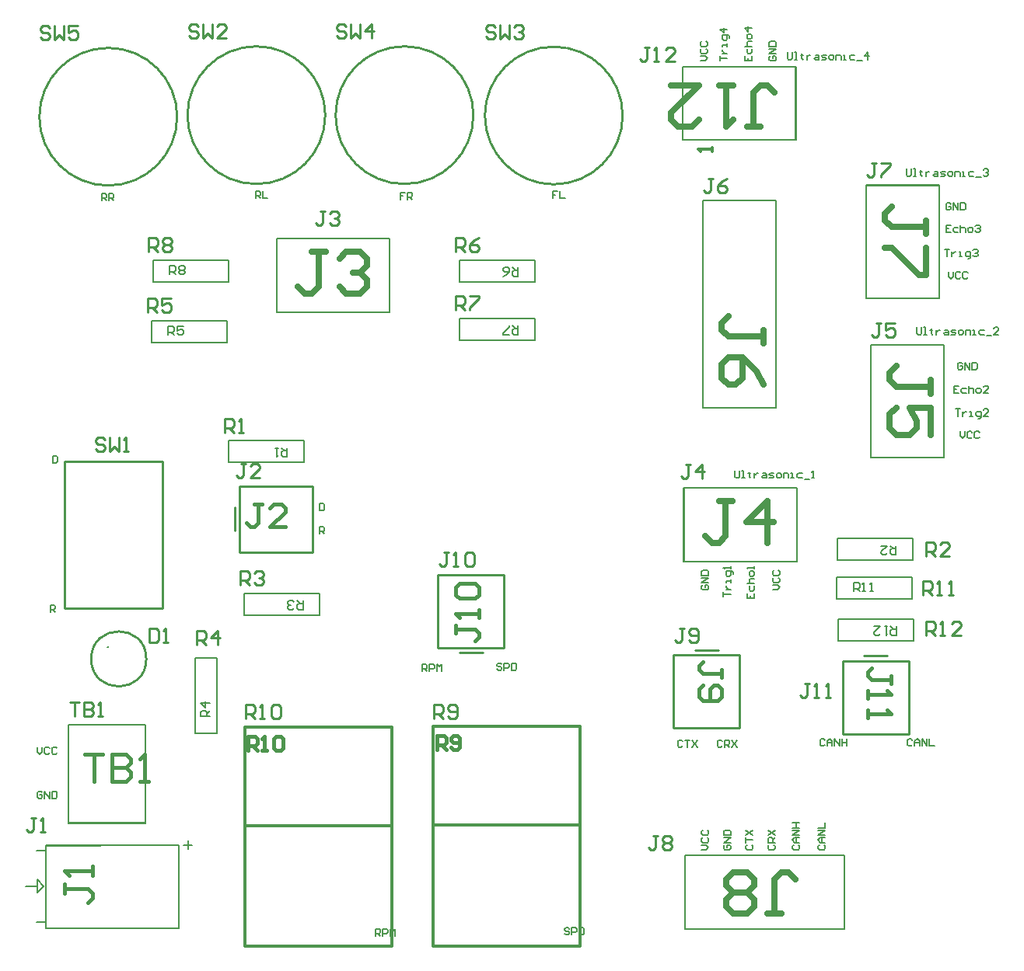
<source format=gto>
G04*
G04 #@! TF.GenerationSoftware,Altium Limited,Altium Designer,22.5.1 (42)*
G04*
G04 Layer_Color=65535*
%FSLAX44Y44*%
%MOMM*%
G71*
G04*
G04 #@! TF.SameCoordinates,2238DE84-C422-4DFA-8E31-384DE279FC20*
G04*
G04*
G04 #@! TF.FilePolarity,Positive*
G04*
G01*
G75*
%ADD10C,0.2540*%
%ADD11C,0.2000*%
%ADD12C,0.3000*%
%ADD13C,0.1500*%
%ADD14C,0.4000*%
%ADD15C,0.7000*%
%ADD16C,0.4500*%
D10*
X147109Y340660D02*
G03*
X147109Y340660I-559J0D01*
G01*
X188750Y327660D02*
G03*
X188750Y327660I-30000J0D01*
G01*
X383610Y920310D02*
G03*
X383610Y920310I-75000J0D01*
G01*
X222320Y918650D02*
G03*
X222320Y918650I-75000J0D01*
G01*
X707460Y919920D02*
G03*
X707460Y919920I-75000J0D01*
G01*
X544900Y920310D02*
G03*
X544900Y920310I-75000J0D01*
G01*
X970230Y330830D02*
X995730D01*
X946912Y246077D02*
Y325579D01*
X1019048Y246077D02*
Y325579D01*
X946912D02*
X1019048D01*
X946912Y246077D02*
X1019048D01*
X99540Y542550D02*
X206790D01*
X99540Y382550D02*
Y542550D01*
X99790Y382550D02*
X206790D01*
Y542550D01*
X369873Y443992D02*
Y516128D01*
X290371Y443992D02*
Y516128D01*
X369873D01*
X290371Y443992D02*
X369873D01*
X285120Y467310D02*
Y492810D01*
X762762Y252428D02*
X834898D01*
X762762Y331929D02*
X834898D01*
Y252428D02*
Y331929D01*
X762762Y252428D02*
Y331929D01*
X786080Y337180D02*
X811580D01*
X506222Y419403D02*
X578358D01*
X506222Y339901D02*
X578358D01*
X506222D02*
Y419403D01*
X578358Y339901D02*
Y419403D01*
X529540Y334650D02*
X555040D01*
X1037596Y353063D02*
Y368298D01*
X1045214D01*
X1047753Y365758D01*
Y360680D01*
X1045214Y358141D01*
X1037596D01*
X1042674D02*
X1047753Y353063D01*
X1052831D02*
X1057910D01*
X1055370D01*
Y368298D01*
X1052831Y365758D01*
X1075684Y353063D02*
X1065527D01*
X1075684Y363219D01*
Y365758D01*
X1073145Y368298D01*
X1068066D01*
X1065527Y365758D01*
X1034365Y397513D02*
Y412747D01*
X1041983D01*
X1044522Y410208D01*
Y405130D01*
X1041983Y402591D01*
X1034365D01*
X1039444D02*
X1044522Y397513D01*
X1049600D02*
X1054679D01*
X1052140D01*
Y412747D01*
X1049600Y410208D01*
X1062296Y397513D02*
X1067375D01*
X1064836D01*
Y412747D01*
X1062296Y410208D01*
X1037594Y439422D02*
Y454658D01*
X1045212D01*
X1047751Y452118D01*
Y447040D01*
X1045212Y444501D01*
X1037594D01*
X1042673D02*
X1047751Y439422D01*
X1062986D02*
X1052829D01*
X1062986Y449579D01*
Y452118D01*
X1060447Y454658D01*
X1055368D01*
X1052829Y452118D01*
X243586Y343408D02*
Y358643D01*
X251203D01*
X253743Y356104D01*
Y351026D01*
X251203Y348486D01*
X243586D01*
X248664D02*
X253743Y343408D01*
X266439D02*
Y358643D01*
X258821Y351026D01*
X268978D01*
X191773Y360677D02*
Y345443D01*
X199391D01*
X201930Y347982D01*
Y358138D01*
X199391Y360677D01*
X191773D01*
X207008Y345443D02*
X212087D01*
X209548D01*
Y360677D01*
X207008Y358138D01*
X105664Y280157D02*
X115821D01*
X110742D01*
Y264922D01*
X120899Y280157D02*
Y264922D01*
X128517D01*
X131056Y267461D01*
Y270000D01*
X128517Y272540D01*
X120899D01*
X128517D01*
X131056Y275079D01*
Y277618D01*
X128517Y280157D01*
X120899D01*
X136134Y264922D02*
X141213D01*
X138673D01*
Y280157D01*
X136134Y277618D01*
X245107Y1017012D02*
X242568Y1019551D01*
X237489D01*
X234950Y1017012D01*
Y1014473D01*
X237489Y1011934D01*
X242568D01*
X245107Y1009394D01*
Y1006855D01*
X242568Y1004316D01*
X237489D01*
X234950Y1006855D01*
X250185Y1019551D02*
Y1004316D01*
X255263Y1009394D01*
X260342Y1004316D01*
Y1019551D01*
X275577Y1004316D02*
X265420D01*
X275577Y1014473D01*
Y1017012D01*
X273038Y1019551D01*
X267959D01*
X265420Y1017012D01*
X83817Y1015234D02*
X81278Y1017773D01*
X76199D01*
X73660Y1015234D01*
Y1012695D01*
X76199Y1010155D01*
X81278D01*
X83817Y1007616D01*
Y1005077D01*
X81278Y1002538D01*
X76199D01*
X73660Y1005077D01*
X88895Y1017773D02*
Y1002538D01*
X93973Y1007616D01*
X99052Y1002538D01*
Y1017773D01*
X114287D02*
X104130D01*
Y1010155D01*
X109208Y1012695D01*
X111748D01*
X114287Y1010155D01*
Y1005077D01*
X111748Y1002538D01*
X106669D01*
X104130Y1005077D01*
X568957Y1016504D02*
X566418Y1019043D01*
X561339D01*
X558800Y1016504D01*
Y1013965D01*
X561339Y1011425D01*
X566418D01*
X568957Y1008886D01*
Y1006347D01*
X566418Y1003808D01*
X561339D01*
X558800Y1006347D01*
X574035Y1019043D02*
Y1003808D01*
X579113Y1008886D01*
X584192Y1003808D01*
Y1019043D01*
X589270Y1016504D02*
X591809Y1019043D01*
X596888D01*
X599427Y1016504D01*
Y1013965D01*
X596888Y1011425D01*
X594348D01*
X596888D01*
X599427Y1008886D01*
Y1006347D01*
X596888Y1003808D01*
X591809D01*
X589270Y1006347D01*
X143512Y566418D02*
X140973Y568957D01*
X135895D01*
X133356Y566418D01*
Y563879D01*
X135895Y561340D01*
X140973D01*
X143512Y558801D01*
Y556262D01*
X140973Y553722D01*
X135895D01*
X133356Y556262D01*
X148591Y568957D02*
Y553722D01*
X153669Y558801D01*
X158748Y553722D01*
Y568957D01*
X163826Y553722D02*
X168904D01*
X166365D01*
Y568957D01*
X163826Y566418D01*
X406397Y1017012D02*
X403857Y1019551D01*
X398779D01*
X396240Y1017012D01*
Y1014473D01*
X398779Y1011934D01*
X403857D01*
X406397Y1009394D01*
Y1006855D01*
X403857Y1004316D01*
X398779D01*
X396240Y1006855D01*
X411475Y1019551D02*
Y1004316D01*
X416553Y1009394D01*
X421632Y1004316D01*
Y1019551D01*
X434328Y1004316D02*
Y1019551D01*
X426710Y1011934D01*
X436867D01*
X273812Y574294D02*
Y589529D01*
X281430D01*
X283969Y586990D01*
Y581912D01*
X281430Y579372D01*
X273812D01*
X278890D02*
X283969Y574294D01*
X289047D02*
X294125D01*
X291586D01*
Y589529D01*
X289047Y586990D01*
X525272Y707644D02*
Y722879D01*
X532890D01*
X535429Y720340D01*
Y715262D01*
X532890Y712722D01*
X525272D01*
X530350D02*
X535429Y707644D01*
X540507Y722879D02*
X550664D01*
Y720340D01*
X540507Y710183D01*
Y707644D01*
X190246Y705104D02*
Y720339D01*
X197864D01*
X200403Y717800D01*
Y712721D01*
X197864Y710182D01*
X190246D01*
X195324D02*
X200403Y705104D01*
X215638Y720339D02*
X205481D01*
Y712721D01*
X210559Y715261D01*
X213099D01*
X215638Y712721D01*
Y707643D01*
X213099Y705104D01*
X208020D01*
X205481Y707643D01*
X502158Y262890D02*
Y278125D01*
X509776D01*
X512315Y275586D01*
Y270508D01*
X509776Y267968D01*
X502158D01*
X507236D02*
X512315Y262890D01*
X517393Y265429D02*
X519932Y262890D01*
X525011D01*
X527550Y265429D01*
Y275586D01*
X525011Y278125D01*
X519932D01*
X517393Y275586D01*
Y273047D01*
X519932Y270508D01*
X527550D01*
X525272Y771144D02*
Y786379D01*
X532890D01*
X535429Y783840D01*
Y778762D01*
X532890Y776222D01*
X525272D01*
X530350D02*
X535429Y771144D01*
X550664Y786379D02*
X545585Y783840D01*
X540507Y778762D01*
Y773683D01*
X543046Y771144D01*
X548125D01*
X550664Y773683D01*
Y776222D01*
X548125Y778762D01*
X540507D01*
X291084Y407924D02*
Y423159D01*
X298701D01*
X301241Y420620D01*
Y415541D01*
X298701Y413002D01*
X291084D01*
X296162D02*
X301241Y407924D01*
X306319Y420620D02*
X308858Y423159D01*
X313937D01*
X316476Y420620D01*
Y418081D01*
X313937Y415541D01*
X311397D01*
X313937D01*
X316476Y413002D01*
Y410463D01*
X313937Y407924D01*
X308858D01*
X306319Y410463D01*
X296926Y262382D02*
Y277617D01*
X304543D01*
X307083Y275078D01*
Y270000D01*
X304543Y267460D01*
X296926D01*
X302004D02*
X307083Y262382D01*
X312161D02*
X317239D01*
X314700D01*
Y277617D01*
X312161Y275078D01*
X324857D02*
X327396Y277617D01*
X332475D01*
X335014Y275078D01*
Y264921D01*
X332475Y262382D01*
X327396D01*
X324857Y264921D01*
Y275078D01*
X191516Y771144D02*
Y786379D01*
X199133D01*
X201673Y783840D01*
Y778762D01*
X199133Y776222D01*
X191516D01*
X196594D02*
X201673Y771144D01*
X206751Y783840D02*
X209290Y786379D01*
X214369D01*
X216908Y783840D01*
Y781301D01*
X214369Y778762D01*
X216908Y776222D01*
Y773683D01*
X214369Y771144D01*
X209290D01*
X206751Y773683D01*
Y776222D01*
X209290Y778762D01*
X206751Y781301D01*
Y783840D01*
X209290Y778762D02*
X214369D01*
X68577Y153919D02*
X63498D01*
X66038D01*
Y141223D01*
X63498Y138684D01*
X60959D01*
X58420Y141223D01*
X73655Y138684D02*
X78733D01*
X76194D01*
Y153919D01*
X73655Y151380D01*
X745491Y134618D02*
X740413D01*
X742952D01*
Y121922D01*
X740413Y119382D01*
X737873D01*
X735334Y121922D01*
X750569Y132078D02*
X753108Y134618D01*
X758187D01*
X760726Y132078D01*
Y129539D01*
X758187Y127000D01*
X760726Y124461D01*
Y121922D01*
X758187Y119382D01*
X753108D01*
X750569Y121922D01*
Y124461D01*
X753108Y127000D01*
X750569Y129539D01*
Y132078D01*
X753108Y127000D02*
X758187D01*
X806193Y850895D02*
X801114D01*
X803653D01*
Y838199D01*
X801114Y835660D01*
X798575D01*
X796036Y838199D01*
X821428Y850895D02*
X816349Y848356D01*
X811271Y843278D01*
Y838199D01*
X813810Y835660D01*
X818889D01*
X821428Y838199D01*
Y840738D01*
X818889Y843278D01*
X811271D01*
X296669Y540253D02*
X291590D01*
X294130D01*
Y527557D01*
X291590Y525018D01*
X289051D01*
X286512Y527557D01*
X311904Y525018D02*
X301747D01*
X311904Y535175D01*
Y537714D01*
X309365Y540253D01*
X304286D01*
X301747Y537714D01*
X989073Y693923D02*
X983994D01*
X986534D01*
Y681227D01*
X983994Y678688D01*
X981455D01*
X978916Y681227D01*
X1004308Y693923D02*
X994151D01*
Y686305D01*
X999229Y688845D01*
X1001769D01*
X1004308Y686305D01*
Y681227D01*
X1001769Y678688D01*
X996690D01*
X994151Y681227D01*
X383541Y815338D02*
X378462D01*
X381002D01*
Y802642D01*
X378462Y800102D01*
X375923D01*
X373384Y802642D01*
X388619Y812798D02*
X391158Y815338D01*
X396237D01*
X398776Y812798D01*
Y810259D01*
X396237Y807720D01*
X393698D01*
X396237D01*
X398776Y805181D01*
Y802642D01*
X396237Y800102D01*
X391158D01*
X388619Y802642D01*
X774189Y361183D02*
X769110D01*
X771649D01*
Y348487D01*
X769110Y345948D01*
X766571D01*
X764032Y348487D01*
X779267D02*
X781806Y345948D01*
X786885D01*
X789424Y348487D01*
Y358644D01*
X786885Y361183D01*
X781806D01*
X779267Y358644D01*
Y356105D01*
X781806Y353565D01*
X789424D01*
X983993Y867913D02*
X978914D01*
X981453D01*
Y855217D01*
X978914Y852678D01*
X976375D01*
X973836Y855217D01*
X989071Y867913D02*
X999228D01*
Y865374D01*
X989071Y855217D01*
Y852678D01*
X910592Y300987D02*
X905514D01*
X908053D01*
Y288292D01*
X905514Y285753D01*
X902974D01*
X900435Y288292D01*
X915670Y285753D02*
X920749D01*
X918210D01*
Y300987D01*
X915670Y298448D01*
X928366Y285753D02*
X933445D01*
X930906D01*
Y300987D01*
X928366Y298448D01*
X736603Y994408D02*
X731525D01*
X734064D01*
Y981712D01*
X731525Y979173D01*
X728985D01*
X726446Y981712D01*
X741681Y979173D02*
X746760D01*
X744220D01*
Y994408D01*
X741681Y991868D01*
X764534Y979173D02*
X754377D01*
X764534Y989329D01*
Y991868D01*
X761995Y994408D01*
X756916D01*
X754377Y991868D01*
X781051Y539748D02*
X775973D01*
X778512D01*
Y527052D01*
X775973Y524512D01*
X773433D01*
X770894Y527052D01*
X793747Y524512D02*
Y539748D01*
X786129Y532130D01*
X796286D01*
X517649Y443479D02*
X512570D01*
X515109D01*
Y430783D01*
X512570Y428244D01*
X510031D01*
X507492Y430783D01*
X522727Y428244D02*
X527805D01*
X525266D01*
Y443479D01*
X522727Y440940D01*
X535423D02*
X537962Y443479D01*
X543041D01*
X545580Y440940D01*
Y430783D01*
X543041Y428244D01*
X537962D01*
X535423Y430783D01*
Y440940D01*
X946912Y246077D02*
X1019048D01*
Y325579D01*
X946912D02*
X1019048D01*
X946912Y246077D02*
Y325579D01*
X290371Y443992D02*
X369873D01*
X290371D02*
Y516128D01*
X369873D01*
Y443992D02*
Y516128D01*
X762762Y252428D02*
Y331929D01*
X834898D01*
Y252428D02*
Y331929D01*
X762762Y252428D02*
X834898D01*
X578358Y339901D02*
Y419403D01*
X506222Y339901D02*
X578358D01*
X506222D02*
Y419403D01*
X578358D01*
D11*
X1023190Y435040D02*
Y439040D01*
X1019190Y435040D02*
X1023190D01*
X941190D02*
Y439040D01*
Y435040D02*
X945190D01*
X1019190Y459040D02*
X1023190D01*
Y455040D02*
Y459040D01*
X941190Y455040D02*
Y459040D01*
X945190D01*
X940810Y413130D02*
Y417130D01*
X944810D01*
X1022810Y413130D02*
Y417130D01*
X1018810D02*
X1022810D01*
X940810Y393130D02*
X944810D01*
X940810D02*
Y397130D01*
X1022810Y393130D02*
Y397130D01*
X1018810Y393130D02*
X1022810D01*
X1023880Y347410D02*
Y351410D01*
X1019880Y347410D02*
X1023880D01*
X941880D02*
Y351410D01*
Y347410D02*
X945880D01*
X1019880Y371410D02*
X1023880D01*
Y367410D02*
Y371410D01*
X941880Y367410D02*
Y371410D01*
X945880D01*
X775330Y33580D02*
X949330D01*
Y113580D01*
X775330D02*
X949330D01*
X775330Y33580D02*
Y113580D01*
X772790Y893370D02*
X896112D01*
X772842Y973318D02*
X896112D01*
Y893370D02*
Y973318D01*
X772790Y893370D02*
Y973370D01*
X773938Y513790D02*
X897260D01*
X773938Y433842D02*
X897208D01*
X773938D02*
Y513790D01*
X897260Y433790D02*
Y513790D01*
X330708Y785570D02*
X454030D01*
X330708Y705622D02*
X453978D01*
X330708D02*
Y785570D01*
X454030Y705570D02*
Y785570D01*
X242000Y246810D02*
X246000D01*
X242000D02*
Y250810D01*
Y328810D02*
X246000D01*
X242000Y324810D02*
Y328810D01*
X266000Y246810D02*
Y250810D01*
X262000Y246810D02*
X266000D01*
X262000Y328810D02*
X266000D01*
Y324810D02*
Y328810D01*
X104050Y256240D02*
X188050D01*
Y148740D02*
Y256240D01*
X104050Y148740D02*
X188050D01*
X104050D02*
Y256240D01*
X360250Y541720D02*
Y545720D01*
X356250Y541720D02*
X360250D01*
X278250D02*
Y545720D01*
Y541720D02*
X282250D01*
X356250Y565720D02*
X360250D01*
Y561720D02*
Y565720D01*
X278250Y561720D02*
Y565720D01*
X282250D01*
X611710Y675070D02*
Y679070D01*
X607710Y675070D02*
X611710D01*
X529710D02*
Y679070D01*
Y675070D02*
X533710D01*
X607710Y699070D02*
X611710D01*
Y695070D02*
Y699070D01*
X529710Y695070D02*
Y699070D01*
X533710D01*
X194740Y692530D02*
Y696530D01*
X198740D01*
X276740Y692530D02*
Y696530D01*
X272740D02*
X276740D01*
X194740Y672530D02*
X198740D01*
X194740D02*
Y676530D01*
X276740Y672530D02*
Y676530D01*
X272740Y672530D02*
X276740D01*
X611710Y738570D02*
Y742570D01*
X607710Y738570D02*
X611710D01*
X529710D02*
Y742570D01*
Y738570D02*
X533710D01*
X607710Y762570D02*
X611710D01*
Y758570D02*
Y762570D01*
X529710Y758570D02*
Y762570D01*
X533710D01*
X377450Y375350D02*
Y379350D01*
X373450Y375350D02*
X377450D01*
X295450D02*
Y379350D01*
Y375350D02*
X299450D01*
X373450Y399350D02*
X377450D01*
Y395350D02*
Y399350D01*
X295450Y395350D02*
Y399350D01*
X299450D01*
X196010Y758570D02*
Y762570D01*
X200010D01*
X278010Y758570D02*
Y762570D01*
X274010D02*
X278010D01*
X196010Y738570D02*
X200010D01*
X196010D02*
Y742570D01*
X278010Y738570D02*
Y742570D01*
X274010Y738570D02*
X278010D01*
X68988Y119010D02*
X78988D01*
X68988Y41010D02*
X78988D01*
X233988Y120010D02*
Y130010D01*
X56988Y80010D02*
X69988D01*
Y73010D02*
Y87010D01*
Y73010D02*
X76988Y80010D01*
X69988Y87010D02*
X76988Y80010D01*
X78988Y34010D02*
X165988D01*
X210988D02*
X223988D01*
Y56010D01*
Y103010D02*
Y125010D01*
X78988D02*
X223988D01*
X78988Y34010D02*
Y125010D01*
X228988Y125010D02*
X238988D01*
X794470Y601340D02*
X874470D01*
X794522Y827024D02*
X874470D01*
X794522Y601392D02*
Y827024D01*
X874470Y601340D02*
Y827024D01*
X1057350Y546730D02*
Y670052D01*
X977402Y546782D02*
Y670052D01*
X1057350D01*
X977350Y546730D02*
X1057350D01*
X1052270Y720720D02*
Y844042D01*
X972322Y720772D02*
Y844042D01*
X1052270D01*
X972270Y720720D02*
X1052270D01*
X941190Y459040D02*
X1023190D01*
X941190Y435040D02*
Y459040D01*
Y435040D02*
X1023190D01*
Y459040D01*
X940810Y393130D02*
X1022810D01*
Y417130D01*
X940810D02*
X1022810D01*
X940810Y393130D02*
Y417130D01*
X941880Y371410D02*
X1023880D01*
X941880Y347410D02*
Y371410D01*
Y347410D02*
X1023880D01*
Y371410D01*
X775330Y33580D02*
Y112580D01*
X776330Y113580D01*
X949330D01*
Y33580D02*
Y113580D01*
X775330Y33580D02*
X949330D01*
X773790Y973370D02*
X895604D01*
Y893370D02*
Y973370D01*
X772790Y893370D02*
Y972370D01*
Y893370D02*
X895604D01*
X774446Y433790D02*
X896260D01*
X774446D02*
Y513790D01*
X897260Y434790D02*
Y513790D01*
X774446D02*
X897260D01*
X331216Y705570D02*
X453030D01*
X331216D02*
Y785570D01*
X454030Y706570D02*
Y785570D01*
X331216D02*
X454030D01*
X266000Y246810D02*
Y328810D01*
X242000D02*
X266000D01*
X242000Y246810D02*
Y328810D01*
Y246810D02*
X266000D01*
X104050Y256240D02*
X188050D01*
Y148990D02*
Y256240D01*
X104050Y148990D02*
X188050D01*
X104050D02*
Y256240D01*
X278250Y565720D02*
X360250D01*
X278250Y541720D02*
Y565720D01*
Y541720D02*
X360250D01*
Y565720D01*
X529710Y699070D02*
X611710D01*
X529710Y675070D02*
Y699070D01*
Y675070D02*
X611710D01*
Y699070D01*
X194740Y672530D02*
X276740D01*
Y696530D01*
X194740D02*
X276740D01*
X194740Y672530D02*
Y696530D01*
X529710Y762570D02*
X611710D01*
X529710Y738570D02*
Y762570D01*
Y738570D02*
X611710D01*
Y762570D01*
X295450Y399350D02*
X377450D01*
X295450Y375350D02*
Y399350D01*
Y375350D02*
X377450D01*
Y399350D01*
X196010Y738570D02*
X278010D01*
Y762570D01*
X196010D02*
X278010D01*
X196010Y738570D02*
Y762570D01*
X78988Y34010D02*
Y124010D01*
Y125010D02*
X223988D01*
X223988Y34010D02*
Y124010D01*
X78988Y34010D02*
X223988D01*
X78988Y124010D02*
X138988D01*
X874470Y601340D02*
Y827024D01*
X795470Y601340D02*
X874470D01*
X794470Y827024D02*
X874470D01*
X794470Y602340D02*
Y827024D01*
X977350Y547730D02*
Y669544D01*
X1057350D01*
X978350Y546730D02*
X1057350D01*
Y669544D01*
X972270Y721720D02*
Y843534D01*
X1052270D01*
X973270Y720720D02*
X1052270D01*
Y843534D01*
D12*
X295920Y146200D02*
Y253200D01*
Y146200D02*
X455920D01*
Y253200D01*
X295920D02*
X455920D01*
X501190Y146850D02*
Y253850D01*
Y146850D02*
X661190D01*
Y253850D01*
X501190D02*
X661190D01*
X804790Y880370D02*
Y885368D01*
Y882869D01*
X789795D01*
X792294Y880370D01*
X295920Y253200D02*
X296920D01*
X295920Y14200D02*
Y253200D01*
Y14200D02*
X455920D01*
Y253200D01*
X295920D02*
X455920D01*
X501190Y253850D02*
X502190D01*
X501190Y14850D02*
Y253850D01*
Y14850D02*
X661190D01*
Y253850D01*
X501190D02*
X661190D01*
D13*
X86590Y549247D02*
Y541250D01*
X90589D01*
X91922Y542583D01*
Y547915D01*
X90589Y549247D01*
X86590D01*
X84050Y378690D02*
Y386687D01*
X88049D01*
X89382Y385354D01*
Y382689D01*
X88049Y381356D01*
X84050D01*
X86716D02*
X89382Y378690D01*
X921476Y124942D02*
X920143Y123609D01*
Y120943D01*
X921476Y119610D01*
X926807D01*
X928140Y120943D01*
Y123609D01*
X926807Y124942D01*
X928140Y127607D02*
X922808D01*
X920143Y130273D01*
X922808Y132939D01*
X928140D01*
X924141D01*
Y127607D01*
X928140Y135605D02*
X920143D01*
X928140Y140936D01*
X920143D01*
Y143602D02*
X928140D01*
Y148934D01*
X893536Y124942D02*
X892203Y123609D01*
Y120943D01*
X893536Y119610D01*
X898867D01*
X900200Y120943D01*
Y123609D01*
X898867Y124942D01*
X900200Y127607D02*
X894868D01*
X892203Y130273D01*
X894868Y132939D01*
X900200D01*
X896201D01*
Y127607D01*
X900200Y135605D02*
X892203D01*
X900200Y140936D01*
X892203D01*
Y143602D02*
X900200D01*
X896201D01*
Y148934D01*
X892203D01*
X900200D01*
X866865Y124942D02*
X865533Y123609D01*
Y120943D01*
X866865Y119610D01*
X872197D01*
X873530Y120943D01*
Y123609D01*
X872197Y124942D01*
X873530Y127607D02*
X865533D01*
Y131606D01*
X866865Y132939D01*
X869531D01*
X870864Y131606D01*
Y127607D01*
Y130273D02*
X873530Y132939D01*
X865533Y135605D02*
X873530Y140936D01*
X865533D02*
X873530Y135605D01*
X842736Y124942D02*
X841403Y123609D01*
Y120943D01*
X842736Y119610D01*
X848067D01*
X849400Y120943D01*
Y123609D01*
X848067Y124942D01*
X841403Y127607D02*
Y132939D01*
Y130273D01*
X849400D01*
X841403Y135605D02*
X849400Y140936D01*
X841403D02*
X849400Y135605D01*
X818605Y124942D02*
X817273Y123609D01*
Y120943D01*
X818605Y119610D01*
X823937D01*
X825270Y120943D01*
Y123609D01*
X823937Y124942D01*
X821271D01*
Y122276D01*
X825270Y127607D02*
X817273D01*
X825270Y132939D01*
X817273D01*
Y135605D02*
X825270D01*
Y139604D01*
X823937Y140936D01*
X818605D01*
X817273Y139604D01*
Y135605D01*
X793143Y119610D02*
X798474D01*
X801140Y122276D01*
X798474Y124942D01*
X793143D01*
X794475Y132939D02*
X793143Y131606D01*
Y128940D01*
X794475Y127607D01*
X799807D01*
X801140Y128940D01*
Y131606D01*
X799807Y132939D01*
X794475Y140936D02*
X793143Y139604D01*
Y136938D01*
X794475Y135605D01*
X799807D01*
X801140Y136938D01*
Y139604D01*
X799807Y140936D01*
X575792Y321855D02*
X574459Y323187D01*
X571793D01*
X570460Y321855D01*
Y320522D01*
X571793Y319189D01*
X574459D01*
X575792Y317856D01*
Y316523D01*
X574459Y315190D01*
X571793D01*
X570460Y316523D01*
X578457Y315190D02*
Y323187D01*
X582456D01*
X583789Y321855D01*
Y319189D01*
X582456Y317856D01*
X578457D01*
X586455Y323187D02*
Y315190D01*
X590453D01*
X591786Y316523D01*
Y321855D01*
X590453Y323187D01*
X586455D01*
X489180Y313920D02*
Y321917D01*
X493179D01*
X494512Y320584D01*
Y317919D01*
X493179Y316586D01*
X489180D01*
X491846D02*
X494512Y313920D01*
X497177D02*
Y321917D01*
X501176D01*
X502509Y320584D01*
Y317919D01*
X501176Y316586D01*
X497177D01*
X505175Y313920D02*
Y321917D01*
X507841Y319252D01*
X510506Y321917D01*
Y313920D01*
X870613Y402820D02*
X875944D01*
X878610Y405486D01*
X875944Y408152D01*
X870613D01*
X871945Y416149D02*
X870613Y414816D01*
Y412150D01*
X871945Y410817D01*
X877277D01*
X878610Y412150D01*
Y414816D01*
X877277Y416149D01*
X871945Y424146D02*
X870613Y422813D01*
Y420148D01*
X871945Y418815D01*
X877277D01*
X878610Y420148D01*
Y422813D01*
X877277Y424146D01*
X817147Y395200D02*
Y400532D01*
Y397866D01*
X825144D01*
X819813Y403197D02*
X825144D01*
X822478D01*
X821145Y404530D01*
X819813Y405863D01*
Y407196D01*
X825144Y411195D02*
Y413861D01*
Y412528D01*
X819813D01*
Y411195D01*
X827810Y420525D02*
Y421858D01*
X826477Y423191D01*
X819813D01*
Y419192D01*
X821145Y417859D01*
X823811D01*
X825144Y419192D01*
Y423191D01*
Y425857D02*
Y428523D01*
Y427190D01*
X817147D01*
X818480Y425857D01*
X842673Y399262D02*
Y393930D01*
X850670D01*
Y399262D01*
X846671Y393930D02*
Y396596D01*
X845338Y407259D02*
Y403260D01*
X846671Y401927D01*
X849337D01*
X850670Y403260D01*
Y407259D01*
X842673Y409925D02*
X850670D01*
X846671D01*
X845338Y411258D01*
Y413923D01*
X846671Y415256D01*
X850670D01*
Y419255D02*
Y421921D01*
X849337Y423254D01*
X846671D01*
X845338Y421921D01*
Y419255D01*
X846671Y417922D01*
X849337D01*
X850670Y419255D01*
Y425920D02*
Y428586D01*
Y427253D01*
X842673D01*
X844006Y425920D01*
X794475Y408152D02*
X793143Y406819D01*
Y404153D01*
X794475Y402820D01*
X799807D01*
X801140Y404153D01*
Y406819D01*
X799807Y408152D01*
X797141D01*
Y405486D01*
X801140Y410817D02*
X793143D01*
X801140Y416149D01*
X793143D01*
Y418815D02*
X801140D01*
Y422813D01*
X799807Y424146D01*
X794475D01*
X793143Y422813D01*
Y418815D01*
X1069570Y600173D02*
X1074902D01*
X1072236D01*
Y592176D01*
X1077567Y597507D02*
Y592176D01*
Y594842D01*
X1078900Y596175D01*
X1080233Y597507D01*
X1081566D01*
X1085565Y592176D02*
X1088231D01*
X1086898D01*
Y597507D01*
X1085565D01*
X1094895Y589510D02*
X1096228D01*
X1097561Y590843D01*
Y597507D01*
X1093562D01*
X1092229Y596175D01*
Y593509D01*
X1093562Y592176D01*
X1097561D01*
X1105558D02*
X1100227D01*
X1105558Y597507D01*
Y598840D01*
X1104225Y600173D01*
X1101560D01*
X1100227Y598840D01*
X1077442Y649514D02*
X1076109Y650847D01*
X1073443D01*
X1072110Y649514D01*
Y644183D01*
X1073443Y642850D01*
X1076109D01*
X1077442Y644183D01*
Y646849D01*
X1074776D01*
X1080107Y642850D02*
Y650847D01*
X1085439Y642850D01*
Y650847D01*
X1088105D02*
Y642850D01*
X1092104D01*
X1093436Y644183D01*
Y649514D01*
X1092104Y650847D01*
X1088105D01*
X1073632Y625447D02*
X1068300D01*
Y617450D01*
X1073632D01*
X1068300Y621449D02*
X1070966D01*
X1081629Y622782D02*
X1077630D01*
X1076297Y621449D01*
Y618783D01*
X1077630Y617450D01*
X1081629D01*
X1084295Y625447D02*
Y617450D01*
Y621449D01*
X1085628Y622782D01*
X1088294D01*
X1089626Y621449D01*
Y617450D01*
X1093625D02*
X1096291D01*
X1097624Y618783D01*
Y621449D01*
X1096291Y622782D01*
X1093625D01*
X1092292Y621449D01*
Y618783D01*
X1093625Y617450D01*
X1105621D02*
X1100290D01*
X1105621Y622782D01*
Y624114D01*
X1104288Y625447D01*
X1101623D01*
X1100290Y624114D01*
X1074650Y575917D02*
Y570586D01*
X1077316Y567920D01*
X1079982Y570586D01*
Y575917D01*
X1087979Y574585D02*
X1086646Y575917D01*
X1083980D01*
X1082647Y574585D01*
Y569253D01*
X1083980Y567920D01*
X1086646D01*
X1087979Y569253D01*
X1095976Y574585D02*
X1094643Y575917D01*
X1091978D01*
X1090645Y574585D01*
Y569253D01*
X1091978Y567920D01*
X1094643D01*
X1095976Y569253D01*
X1061950Y749907D02*
Y744576D01*
X1064616Y741910D01*
X1067282Y744576D01*
Y749907D01*
X1075279Y748575D02*
X1073946Y749907D01*
X1071280D01*
X1069947Y748575D01*
Y743243D01*
X1071280Y741910D01*
X1073946D01*
X1075279Y743243D01*
X1083276Y748575D02*
X1081944Y749907D01*
X1079278D01*
X1077945Y748575D01*
Y743243D01*
X1079278Y741910D01*
X1081944D01*
X1083276Y743243D01*
X1058140Y774163D02*
X1063472D01*
X1060806D01*
Y766166D01*
X1066137Y771497D02*
Y766166D01*
Y768832D01*
X1067470Y770164D01*
X1068803Y771497D01*
X1070136D01*
X1074135Y766166D02*
X1076801D01*
X1075468D01*
Y771497D01*
X1074135D01*
X1083465Y763500D02*
X1084798D01*
X1086131Y764833D01*
Y771497D01*
X1082132D01*
X1080799Y770164D01*
Y767499D01*
X1082132Y766166D01*
X1086131D01*
X1088797Y772830D02*
X1090130Y774163D01*
X1092795D01*
X1094128Y772830D01*
Y771497D01*
X1092795Y770164D01*
X1091463D01*
X1092795D01*
X1094128Y768832D01*
Y767499D01*
X1092795Y766166D01*
X1090130D01*
X1088797Y767499D01*
X1064742Y800707D02*
X1059410D01*
Y792710D01*
X1064742D01*
X1059410Y796709D02*
X1062076D01*
X1072739Y798042D02*
X1068740D01*
X1067407Y796709D01*
Y794043D01*
X1068740Y792710D01*
X1072739D01*
X1075405Y800707D02*
Y792710D01*
Y796709D01*
X1076738Y798042D01*
X1079404D01*
X1080736Y796709D01*
Y792710D01*
X1084735D02*
X1087401D01*
X1088734Y794043D01*
Y796709D01*
X1087401Y798042D01*
X1084735D01*
X1083402Y796709D01*
Y794043D01*
X1084735Y792710D01*
X1091400Y799374D02*
X1092733Y800707D01*
X1095398D01*
X1096731Y799374D01*
Y798042D01*
X1095398Y796709D01*
X1094065D01*
X1095398D01*
X1096731Y795376D01*
Y794043D01*
X1095398Y792710D01*
X1092733D01*
X1091400Y794043D01*
X1064742Y823504D02*
X1063409Y824837D01*
X1060743D01*
X1059410Y823504D01*
Y818173D01*
X1060743Y816840D01*
X1063409D01*
X1064742Y818173D01*
Y820839D01*
X1062076D01*
X1067407Y816840D02*
Y824837D01*
X1072739Y816840D01*
Y824837D01*
X1075405D02*
Y816840D01*
X1079404D01*
X1080736Y818173D01*
Y823504D01*
X1079404Y824837D01*
X1075405D01*
X868136Y984732D02*
X866803Y983399D01*
Y980733D01*
X868136Y979400D01*
X873467D01*
X874800Y980733D01*
Y983399D01*
X873467Y984732D01*
X870801D01*
Y982066D01*
X874800Y987397D02*
X866803D01*
X874800Y992729D01*
X866803D01*
Y995395D02*
X874800D01*
Y999393D01*
X873467Y1000726D01*
X868136D01*
X866803Y999393D01*
Y995395D01*
X840133Y984732D02*
Y979400D01*
X848130D01*
Y984732D01*
X844131Y979400D02*
Y982066D01*
X842798Y992729D02*
Y988730D01*
X844131Y987397D01*
X846797D01*
X848130Y988730D01*
Y992729D01*
X840133Y995395D02*
X848130D01*
X844131D01*
X842798Y996728D01*
Y999393D01*
X844131Y1000726D01*
X848130D01*
Y1004725D02*
Y1007391D01*
X846797Y1008724D01*
X844131D01*
X842798Y1007391D01*
Y1004725D01*
X844131Y1003392D01*
X846797D01*
X848130Y1004725D01*
Y1015388D02*
X840133D01*
X844131Y1011390D01*
Y1016721D01*
X813337Y979400D02*
Y984732D01*
Y982066D01*
X821334D01*
X816003Y987397D02*
X821334D01*
X818668D01*
X817335Y988730D01*
X816003Y990063D01*
Y991396D01*
X821334Y995395D02*
Y998061D01*
Y996728D01*
X816003D01*
Y995395D01*
X824000Y1004725D02*
Y1006058D01*
X822667Y1007391D01*
X816003D01*
Y1003392D01*
X817335Y1002059D01*
X820001D01*
X821334Y1003392D01*
Y1007391D01*
Y1014055D02*
X813337D01*
X817335Y1010057D01*
Y1015388D01*
X791873Y979400D02*
X797204D01*
X799870Y982066D01*
X797204Y984732D01*
X791873D01*
X793205Y992729D02*
X791873Y991396D01*
Y988730D01*
X793205Y987397D01*
X798537D01*
X799870Y988730D01*
Y991396D01*
X798537Y992729D01*
X793205Y1000726D02*
X791873Y999393D01*
Y996728D01*
X793205Y995395D01*
X798537D01*
X799870Y996728D01*
Y999393D01*
X798537Y1000726D01*
X75412Y182155D02*
X74079Y183487D01*
X71413D01*
X70080Y182155D01*
Y176823D01*
X71413Y175490D01*
X74079D01*
X75412Y176823D01*
Y179489D01*
X72746D01*
X78077Y175490D02*
Y183487D01*
X83409Y175490D01*
Y183487D01*
X86075D02*
Y175490D01*
X90073D01*
X91406Y176823D01*
Y182155D01*
X90073Y183487D01*
X86075D01*
X70080Y231747D02*
Y226416D01*
X72746Y223750D01*
X75412Y226416D01*
Y231747D01*
X83409Y230415D02*
X82076Y231747D01*
X79410D01*
X78077Y230415D01*
Y225083D01*
X79410Y223750D01*
X82076D01*
X83409Y225083D01*
X91406Y230415D02*
X90073Y231747D01*
X87408D01*
X86075Y230415D01*
Y225083D01*
X87408Y223750D01*
X90073D01*
X91406Y225083D01*
X1022832Y239305D02*
X1021499Y240637D01*
X1018833D01*
X1017500Y239305D01*
Y233973D01*
X1018833Y232640D01*
X1021499D01*
X1022832Y233973D01*
X1025497Y232640D02*
Y237972D01*
X1028163Y240637D01*
X1030829Y237972D01*
Y232640D01*
Y236639D01*
X1025497D01*
X1033495Y232640D02*
Y240637D01*
X1038826Y232640D01*
Y240637D01*
X1041492D02*
Y232640D01*
X1046824D01*
X927582Y239305D02*
X926249Y240637D01*
X923583D01*
X922250Y239305D01*
Y233973D01*
X923583Y232640D01*
X926249D01*
X927582Y233973D01*
X930247Y232640D02*
Y237972D01*
X932913Y240637D01*
X935579Y237972D01*
Y232640D01*
Y236639D01*
X930247D01*
X938245Y232640D02*
Y240637D01*
X943576Y232640D01*
Y240637D01*
X946242D02*
Y232640D01*
Y236639D01*
X951574D01*
Y240637D01*
Y232640D01*
X815822Y238034D02*
X814489Y239367D01*
X811823D01*
X810490Y238034D01*
Y232703D01*
X811823Y231370D01*
X814489D01*
X815822Y232703D01*
X818487Y231370D02*
Y239367D01*
X822486D01*
X823819Y238034D01*
Y235369D01*
X822486Y234036D01*
X818487D01*
X821153D02*
X823819Y231370D01*
X826485Y239367D02*
X831816Y231370D01*
Y239367D02*
X826485Y231370D01*
X772642Y238034D02*
X771309Y239367D01*
X768643D01*
X767310Y238034D01*
Y232703D01*
X768643Y231370D01*
X771309D01*
X772642Y232703D01*
X775307Y239367D02*
X780639D01*
X777973D01*
Y231370D01*
X783305Y239367D02*
X788636Y231370D01*
Y239367D02*
X783305Y231370D01*
X829540Y532800D02*
Y526136D01*
X830873Y524803D01*
X833539D01*
X834872Y526136D01*
Y532800D01*
X837537Y524803D02*
X840203D01*
X838870D01*
Y532800D01*
X837537D01*
X845535Y531467D02*
Y530135D01*
X844202D01*
X846868D01*
X845535D01*
Y526136D01*
X846868Y524803D01*
X850866Y530135D02*
Y524803D01*
Y527469D01*
X852199Y528802D01*
X853532Y530135D01*
X854865D01*
X860197D02*
X862863D01*
X864195Y528802D01*
Y524803D01*
X860197D01*
X858864Y526136D01*
X860197Y527469D01*
X864195D01*
X866861Y524803D02*
X870860D01*
X872193Y526136D01*
X870860Y527469D01*
X868194D01*
X866861Y528802D01*
X868194Y530135D01*
X872193D01*
X876192Y524803D02*
X878857D01*
X880190Y526136D01*
Y528802D01*
X878857Y530135D01*
X876192D01*
X874859Y528802D01*
Y526136D01*
X876192Y524803D01*
X882856D02*
Y530135D01*
X886855D01*
X888188Y528802D01*
Y524803D01*
X890854D02*
X893519D01*
X892187D01*
Y530135D01*
X890854D01*
X902850D02*
X898851D01*
X897518Y528802D01*
Y526136D01*
X898851Y524803D01*
X902850D01*
X905516Y523470D02*
X910847D01*
X913513Y524803D02*
X916179D01*
X914846D01*
Y532800D01*
X913513Y531467D01*
X1027660Y689010D02*
Y682346D01*
X1028993Y681013D01*
X1031659D01*
X1032992Y682346D01*
Y689010D01*
X1035657Y681013D02*
X1038323D01*
X1036990D01*
Y689010D01*
X1035657D01*
X1043655Y687677D02*
Y686345D01*
X1042322D01*
X1044988D01*
X1043655D01*
Y682346D01*
X1044988Y681013D01*
X1048986Y686345D02*
Y681013D01*
Y683679D01*
X1050319Y685012D01*
X1051652Y686345D01*
X1052985D01*
X1058317D02*
X1060983D01*
X1062316Y685012D01*
Y681013D01*
X1058317D01*
X1056984Y682346D01*
X1058317Y683679D01*
X1062316D01*
X1064981Y681013D02*
X1068980D01*
X1070313Y682346D01*
X1068980Y683679D01*
X1066314D01*
X1064981Y685012D01*
X1066314Y686345D01*
X1070313D01*
X1074312Y681013D02*
X1076977D01*
X1078310Y682346D01*
Y685012D01*
X1076977Y686345D01*
X1074312D01*
X1072979Y685012D01*
Y682346D01*
X1074312Y681013D01*
X1080976D02*
Y686345D01*
X1084975D01*
X1086308Y685012D01*
Y681013D01*
X1088973D02*
X1091639D01*
X1090306D01*
Y686345D01*
X1088973D01*
X1100970D02*
X1096971D01*
X1095638Y685012D01*
Y682346D01*
X1096971Y681013D01*
X1100970D01*
X1103635Y679680D02*
X1108967D01*
X1116964Y681013D02*
X1111633D01*
X1116964Y686345D01*
Y687677D01*
X1115632Y689010D01*
X1112966D01*
X1111633Y687677D01*
X1016230Y861730D02*
Y855066D01*
X1017563Y853733D01*
X1020229D01*
X1021562Y855066D01*
Y861730D01*
X1024227Y853733D02*
X1026893D01*
X1025560D01*
Y861730D01*
X1024227D01*
X1032225Y860397D02*
Y859064D01*
X1030892D01*
X1033558D01*
X1032225D01*
Y855066D01*
X1033558Y853733D01*
X1037556Y859064D02*
Y853733D01*
Y856399D01*
X1038889Y857732D01*
X1040222Y859064D01*
X1041555D01*
X1046887D02*
X1049553D01*
X1050885Y857732D01*
Y853733D01*
X1046887D01*
X1045554Y855066D01*
X1046887Y856399D01*
X1050885D01*
X1053551Y853733D02*
X1057550D01*
X1058883Y855066D01*
X1057550Y856399D01*
X1054884D01*
X1053551Y857732D01*
X1054884Y859064D01*
X1058883D01*
X1062882Y853733D02*
X1065547D01*
X1066880Y855066D01*
Y857732D01*
X1065547Y859064D01*
X1062882D01*
X1061549Y857732D01*
Y855066D01*
X1062882Y853733D01*
X1069546D02*
Y859064D01*
X1073545D01*
X1074878Y857732D01*
Y853733D01*
X1077543D02*
X1080209D01*
X1078876D01*
Y859064D01*
X1077543D01*
X1089540D02*
X1085541D01*
X1084208Y857732D01*
Y855066D01*
X1085541Y853733D01*
X1089540D01*
X1092206Y852400D02*
X1097537D01*
X1100203Y860397D02*
X1101536Y861730D01*
X1104202D01*
X1105535Y860397D01*
Y859064D01*
X1104202Y857732D01*
X1102869D01*
X1104202D01*
X1105535Y856399D01*
Y855066D01*
X1104202Y853733D01*
X1101536D01*
X1100203Y855066D01*
X886690Y988730D02*
Y982066D01*
X888023Y980733D01*
X890689D01*
X892022Y982066D01*
Y988730D01*
X894687Y980733D02*
X897353D01*
X896020D01*
Y988730D01*
X894687D01*
X902685Y987397D02*
Y986065D01*
X901352D01*
X904018D01*
X902685D01*
Y982066D01*
X904018Y980733D01*
X908016Y986065D02*
Y980733D01*
Y983399D01*
X909349Y984732D01*
X910682Y986065D01*
X912015D01*
X917347D02*
X920013D01*
X921346Y984732D01*
Y980733D01*
X917347D01*
X916014Y982066D01*
X917347Y983399D01*
X921346D01*
X924011Y980733D02*
X928010D01*
X929343Y982066D01*
X928010Y983399D01*
X925344D01*
X924011Y984732D01*
X925344Y986065D01*
X929343D01*
X933342Y980733D02*
X936007D01*
X937340Y982066D01*
Y984732D01*
X936007Y986065D01*
X933342D01*
X932009Y984732D01*
Y982066D01*
X933342Y980733D01*
X940006D02*
Y986065D01*
X944005D01*
X945338Y984732D01*
Y980733D01*
X948003D02*
X950669D01*
X949336D01*
Y986065D01*
X948003D01*
X960000D02*
X956001D01*
X954668Y984732D01*
Y982066D01*
X956001Y980733D01*
X960000D01*
X962665Y979400D02*
X967997D01*
X974662Y980733D02*
Y988730D01*
X970663Y984732D01*
X975994D01*
X649452Y33565D02*
X648119Y34897D01*
X645453D01*
X644120Y33565D01*
Y32232D01*
X645453Y30899D01*
X648119D01*
X649452Y29566D01*
Y28233D01*
X648119Y26900D01*
X645453D01*
X644120Y28233D01*
X652117Y26900D02*
Y34897D01*
X656116D01*
X657449Y33565D01*
Y30899D01*
X656116Y29566D01*
X652117D01*
X660115Y34897D02*
Y26900D01*
X664113D01*
X665446Y28233D01*
Y33565D01*
X664113Y34897D01*
X660115D01*
X438380Y25630D02*
Y33627D01*
X442379D01*
X443712Y32294D01*
Y29629D01*
X442379Y28296D01*
X438380D01*
X441046D02*
X443712Y25630D01*
X446377D02*
Y33627D01*
X450376D01*
X451709Y32294D01*
Y29629D01*
X450376Y28296D01*
X446377D01*
X454375Y25630D02*
Y33627D01*
X457041Y30962D01*
X459706Y33627D01*
Y25630D01*
X377420Y463780D02*
Y471777D01*
X381419D01*
X382752Y470444D01*
Y467779D01*
X381419Y466446D01*
X377420D01*
X380086D02*
X382752Y463780D01*
X377420Y497177D02*
Y489180D01*
X381419D01*
X382752Y490513D01*
Y495844D01*
X381419Y497177D01*
X377420D01*
X636752Y837537D02*
X631420D01*
Y833539D01*
X634086D01*
X631420D01*
Y829540D01*
X639417Y837537D02*
Y829540D01*
X644749D01*
X470382Y836267D02*
X465050D01*
Y832269D01*
X467716D01*
X465050D01*
Y828270D01*
X473047D02*
Y836267D01*
X477046D01*
X478379Y834934D01*
Y832269D01*
X477046Y830936D01*
X473047D01*
X475713D02*
X478379Y828270D01*
X307570Y829540D02*
Y837537D01*
X311569D01*
X312902Y836205D01*
Y833539D01*
X311569Y832206D01*
X307570D01*
X310236D02*
X312902Y829540D01*
X315567Y837537D02*
Y829540D01*
X320899D01*
X139930Y827000D02*
Y834997D01*
X143929D01*
X145262Y833664D01*
Y830999D01*
X143929Y829666D01*
X139930D01*
X142596D02*
X145262Y827000D01*
X147927D02*
Y834997D01*
X151926D01*
X153259Y833664D01*
Y830999D01*
X151926Y829666D01*
X147927D01*
X150593D02*
X153259Y827000D01*
X1005190Y451040D02*
Y441043D01*
X1000192D01*
X998525Y442709D01*
Y446042D01*
X1000192Y447708D01*
X1005190D01*
X1001858D02*
X998525Y451040D01*
X988529D02*
X995193D01*
X988529Y444375D01*
Y442709D01*
X990195Y441043D01*
X993527D01*
X995193Y442709D01*
X958810Y401130D02*
Y411127D01*
X963808D01*
X965474Y409461D01*
Y406128D01*
X963808Y404462D01*
X958810D01*
X962142D02*
X965474Y401130D01*
X968807D02*
X972139D01*
X970473D01*
Y411127D01*
X968807Y409461D01*
X977137Y401130D02*
X980470D01*
X978804D01*
Y411127D01*
X977137Y409461D01*
X1005880Y363410D02*
Y353413D01*
X1000882D01*
X999215Y355079D01*
Y358412D01*
X1000882Y360078D01*
X1005880D01*
X1002548D02*
X999215Y363410D01*
X995883D02*
X992551D01*
X994217D01*
Y353413D01*
X995883Y355079D01*
X980888Y363410D02*
X987553D01*
X980888Y356745D01*
Y355079D01*
X982554Y353413D01*
X985886D01*
X987553Y355079D01*
X258000Y264810D02*
X248003D01*
Y269808D01*
X249669Y271474D01*
X253002D01*
X254668Y269808D01*
Y264810D01*
Y268142D02*
X258000Y271474D01*
Y279805D02*
X248003D01*
X253002Y274807D01*
Y281471D01*
X342250Y557720D02*
Y547723D01*
X337252D01*
X335586Y549389D01*
Y552722D01*
X337252Y554388D01*
X342250D01*
X338918D02*
X335586Y557720D01*
X332253D02*
X328921D01*
X330587D01*
Y547723D01*
X332253Y549389D01*
X593710Y691070D02*
Y681073D01*
X588712D01*
X587046Y682739D01*
Y686072D01*
X588712Y687738D01*
X593710D01*
X590378D02*
X587046Y691070D01*
X583713Y681073D02*
X577049D01*
Y682739D01*
X583713Y689404D01*
Y691070D01*
X212740Y680530D02*
Y690527D01*
X217738D01*
X219405Y688861D01*
Y685528D01*
X217738Y683862D01*
X212740D01*
X216072D02*
X219405Y680530D01*
X229401Y690527D02*
X222737D01*
Y685528D01*
X226069Y687195D01*
X227735D01*
X229401Y685528D01*
Y682196D01*
X227735Y680530D01*
X224403D01*
X222737Y682196D01*
X593710Y754570D02*
Y744573D01*
X588712D01*
X587046Y746239D01*
Y749572D01*
X588712Y751238D01*
X593710D01*
X590378D02*
X587046Y754570D01*
X577049Y744573D02*
X580381Y746239D01*
X583713Y749572D01*
Y752904D01*
X582047Y754570D01*
X578715D01*
X577049Y752904D01*
Y751238D01*
X578715Y749572D01*
X583713D01*
X359450Y391350D02*
Y381353D01*
X354452D01*
X352785Y383019D01*
Y386352D01*
X354452Y388018D01*
X359450D01*
X356118D02*
X352785Y391350D01*
X349453Y383019D02*
X347787Y381353D01*
X344455D01*
X342789Y383019D01*
Y384686D01*
X344455Y386352D01*
X346121D01*
X344455D01*
X342789Y388018D01*
Y389684D01*
X344455Y391350D01*
X347787D01*
X349453Y389684D01*
X214010Y746570D02*
Y756567D01*
X219008D01*
X220674Y754901D01*
Y751568D01*
X219008Y749902D01*
X214010D01*
X217342D02*
X220674Y746570D01*
X224007Y754901D02*
X225673Y756567D01*
X229005D01*
X230671Y754901D01*
Y753234D01*
X229005Y751568D01*
X230671Y749902D01*
Y748236D01*
X229005Y746570D01*
X225673D01*
X224007Y748236D01*
Y749902D01*
X225673Y751568D01*
X224007Y753234D01*
Y754901D01*
X225673Y751568D02*
X229005D01*
D14*
X999472Y301169D02*
Y309499D01*
Y305334D01*
X978645D01*
X974480Y309499D01*
Y313665D01*
X978645Y317830D01*
X974480Y292838D02*
Y284507D01*
Y288673D01*
X999472D01*
X995307Y292838D01*
X974480Y272012D02*
Y263681D01*
Y267846D01*
X999472D01*
X995307Y272012D01*
X314781Y496552D02*
X306451D01*
X310616D01*
Y475725D01*
X306451Y471560D01*
X302285D01*
X298120Y475725D01*
X339773Y471560D02*
X323112D01*
X339773Y488221D01*
Y492387D01*
X335608Y496552D01*
X327277D01*
X323112Y492387D01*
X299920Y228200D02*
Y243195D01*
X307418D01*
X309917Y240696D01*
Y235698D01*
X307418Y233198D01*
X299920D01*
X304918D02*
X309917Y228200D01*
X314915D02*
X319914D01*
X317414D01*
Y243195D01*
X314915Y240696D01*
X327411D02*
X329910Y243195D01*
X334909D01*
X337408Y240696D01*
Y230699D01*
X334909Y228200D01*
X329910D01*
X327411Y230699D01*
Y240696D01*
X505190Y228850D02*
Y243845D01*
X512688D01*
X515187Y241346D01*
Y236348D01*
X512688Y233848D01*
X505190D01*
X510188D02*
X515187Y228850D01*
X520185Y231349D02*
X522684Y228850D01*
X527683D01*
X530182Y231349D01*
Y241346D01*
X527683Y243845D01*
X522684D01*
X520185Y241346D01*
Y238847D01*
X522684Y236348D01*
X530182D01*
X815322Y307519D02*
Y315849D01*
Y311684D01*
X794495D01*
X790330Y315849D01*
Y320015D01*
X794495Y324180D01*
Y299188D02*
X790330Y295023D01*
Y286692D01*
X794495Y282527D01*
X811157D01*
X815322Y286692D01*
Y295023D01*
X811157Y299188D01*
X806991D01*
X802826Y295023D01*
Y282527D01*
X525798Y364311D02*
Y355981D01*
Y360146D01*
X546625D01*
X550790Y355981D01*
Y351815D01*
X546625Y347650D01*
X550790Y372642D02*
Y380973D01*
Y376807D01*
X525798D01*
X529963Y372642D01*
Y393469D02*
X525798Y397634D01*
Y405965D01*
X529963Y410130D01*
X546625D01*
X550790Y405965D01*
Y397634D01*
X546625Y393469D01*
X529963D01*
D15*
X865360Y50265D02*
X880355D01*
X872857D01*
Y87752D01*
X880355Y95250D01*
X887852D01*
X895350Y87752D01*
X850365Y57762D02*
X842867Y50265D01*
X827872D01*
X820374Y57762D01*
Y65260D01*
X827872Y72757D01*
X820374Y80255D01*
Y87752D01*
X827872Y95250D01*
X842867D01*
X850365Y87752D01*
Y80255D01*
X842867Y72757D01*
X850365Y65260D01*
Y57762D01*
X842867Y72757D02*
X827872D01*
X842754Y907768D02*
X857749D01*
X850251D01*
Y945256D01*
X857749Y952754D01*
X865246D01*
X872744Y945256D01*
X827758Y952754D02*
X812763D01*
X820261D01*
Y907768D01*
X827758Y915266D01*
X760280Y952754D02*
X790271D01*
X760280Y922764D01*
Y915266D01*
X767778Y907768D01*
X782773D01*
X790271Y915266D01*
X827296Y499392D02*
X812301D01*
X819799D01*
Y461904D01*
X812301Y454406D01*
X804804D01*
X797306Y461904D01*
X864784Y454406D02*
Y499392D01*
X842291Y476899D01*
X872282D01*
X384066Y771171D02*
X369071D01*
X376569D01*
Y733684D01*
X369071Y726186D01*
X361574D01*
X354076Y733684D01*
X399062Y763674D02*
X406559Y771171D01*
X421554D01*
X429052Y763674D01*
Y756176D01*
X421554Y748679D01*
X414057D01*
X421554D01*
X429052Y741181D01*
Y733684D01*
X421554Y726186D01*
X406559D01*
X399062Y733684D01*
X860455Y671350D02*
Y686345D01*
Y678847D01*
X822968D01*
X815470Y686345D01*
Y693842D01*
X822968Y701340D01*
X860455Y626364D02*
X852958Y641359D01*
X837963Y656355D01*
X822968D01*
X815470Y648857D01*
Y633862D01*
X822968Y626364D01*
X830465D01*
X837963Y633862D01*
Y656355D01*
X1042952Y616694D02*
Y631689D01*
Y624191D01*
X1005464D01*
X997966Y631689D01*
Y639186D01*
X1005464Y646684D01*
X1042952Y571708D02*
Y601698D01*
X1020459D01*
X1027956Y586703D01*
Y579206D01*
X1020459Y571708D01*
X1005464D01*
X997966Y579206D01*
Y594201D01*
X1005464Y601698D01*
X1037871Y790684D02*
Y805679D01*
Y798181D01*
X1000384D01*
X992886Y805679D01*
Y813176D01*
X1000384Y820674D01*
X1037871Y775688D02*
Y745698D01*
X1030374D01*
X1000384Y775688D01*
X992886D01*
D16*
X121550Y223980D02*
X141544D01*
X131547D01*
Y193990D01*
X151540Y223980D02*
Y193990D01*
X166535D01*
X171534Y198988D01*
Y203987D01*
X166535Y208985D01*
X151540D01*
X166535D01*
X171534Y213983D01*
Y218982D01*
X166535Y223980D01*
X151540D01*
X181531Y193990D02*
X191527D01*
X186529D01*
Y223980D01*
X181531Y218982D01*
X99998Y82003D02*
Y72007D01*
Y77005D01*
X124990D01*
X129988Y72007D01*
Y67008D01*
X124990Y62010D01*
X129988Y92000D02*
Y101997D01*
Y96999D01*
X99998D01*
X104996Y92000D01*
M02*

</source>
